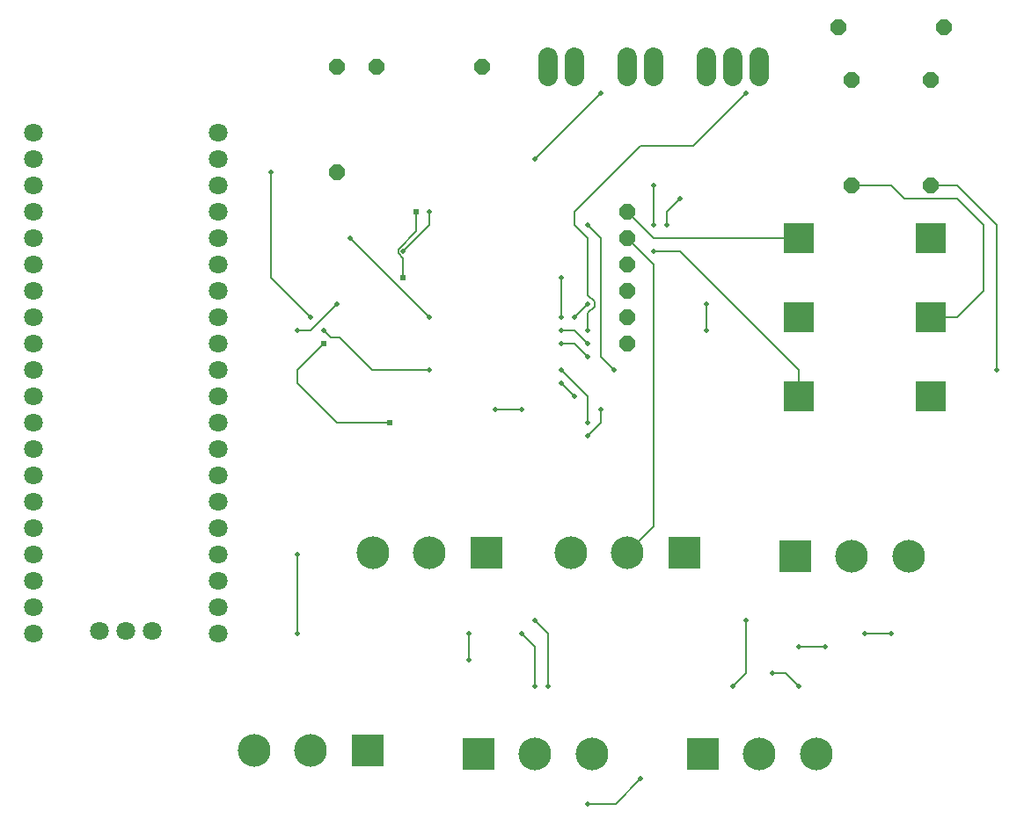
<source format=gbl>
G04 EAGLE Gerber RS-274X export*
G75*
%MOMM*%
%FSLAX34Y34*%
%LPD*%
%INBottom Copper*%
%IPPOS*%
%AMOC8*
5,1,8,0,0,1.08239X$1,22.5*%
G01*
%ADD10P,1.583577X8X292.500000*%
%ADD11R,2.880000X2.880000*%
%ADD12C,1.828800*%
%ADD13R,3.150000X3.150000*%
%ADD14C,3.150000*%
%ADD15P,1.583577X8X202.500000*%
%ADD16P,1.583577X8X22.500000*%
%ADD17C,1.800000*%
%ADD18C,0.502400*%
%ADD19C,0.203200*%
%ADD20C,0.602400*%


D10*
X609600Y596900D03*
X609600Y571500D03*
X609600Y546100D03*
X609600Y520700D03*
X609600Y495300D03*
X609600Y469900D03*
D11*
X774700Y571500D03*
X901700Y571500D03*
X774700Y419100D03*
X901700Y419100D03*
X774700Y495300D03*
X901700Y495300D03*
D12*
X533400Y727456D02*
X533400Y745744D01*
X558800Y745744D02*
X558800Y727456D01*
X609600Y727456D02*
X609600Y745744D01*
X635000Y745744D02*
X635000Y727456D01*
X685800Y727456D02*
X685800Y745744D01*
X711200Y745744D02*
X711200Y727456D01*
X736600Y727456D02*
X736600Y745744D01*
D13*
X771000Y264700D03*
D14*
X825500Y264700D03*
X880000Y264700D03*
D13*
X682100Y74200D03*
D14*
X736600Y74200D03*
X791100Y74200D03*
D13*
X466200Y74200D03*
D14*
X520700Y74200D03*
X575200Y74200D03*
D13*
X664100Y268700D03*
D14*
X609600Y268700D03*
X555100Y268700D03*
D13*
X473600Y268700D03*
D14*
X419100Y268700D03*
X364600Y268700D03*
D13*
X359300Y78200D03*
D14*
X304800Y78200D03*
X250300Y78200D03*
D15*
X469900Y736600D03*
X368300Y736600D03*
D10*
X330200Y736600D03*
X330200Y635000D03*
D16*
X812800Y774700D03*
X914400Y774700D03*
D10*
X901700Y723900D03*
X901700Y622300D03*
X825500Y723900D03*
X825500Y622300D03*
D17*
X38100Y673100D03*
X38100Y647700D03*
X38100Y520700D03*
X38100Y495300D03*
X38100Y622300D03*
X38100Y596900D03*
X38100Y546100D03*
X38100Y571500D03*
X38100Y469900D03*
X38100Y444500D03*
X38100Y419100D03*
X38100Y393700D03*
X38100Y368300D03*
X38100Y342900D03*
X38100Y317500D03*
X38100Y292100D03*
X38100Y266700D03*
X38100Y241300D03*
X38100Y215900D03*
X38100Y190500D03*
X215900Y190500D03*
X215900Y215900D03*
X215900Y241300D03*
X215900Y266700D03*
X215900Y292100D03*
X215900Y317500D03*
X215900Y342900D03*
X215900Y368300D03*
X215900Y393700D03*
X215900Y419100D03*
X215900Y444500D03*
X215900Y469900D03*
X215900Y495300D03*
X215900Y520700D03*
X215900Y546100D03*
X215900Y571500D03*
X215900Y596900D03*
X215900Y622300D03*
X215900Y647700D03*
X215900Y673100D03*
X101600Y192800D03*
X127000Y192800D03*
X152400Y192800D03*
D18*
X635000Y584200D03*
D19*
X635000Y622300D01*
D18*
X635000Y622300D03*
X774700Y177800D03*
D19*
X800100Y177800D01*
D18*
X800100Y177800D03*
X838200Y190500D03*
D19*
X863600Y190500D01*
D18*
X863600Y190500D03*
D19*
X635000Y294100D02*
X609600Y268700D01*
X635000Y294100D02*
X635000Y546100D01*
X609600Y571500D01*
D18*
X292100Y266700D03*
D19*
X292100Y190500D01*
D18*
X292100Y190500D03*
X482600Y406400D03*
D19*
X508000Y406400D01*
D18*
X508000Y406400D03*
X558800Y495300D03*
D19*
X571500Y508000D01*
D18*
X571500Y508000D03*
X749300Y152400D03*
D19*
X762000Y152400D01*
X774700Y139700D01*
D18*
X774700Y139700D03*
X660400Y609600D03*
D19*
X647700Y596900D01*
X647700Y584200D01*
D18*
X647700Y584200D03*
X457200Y165100D03*
D19*
X457200Y190500D01*
D18*
X457200Y190500D03*
X571500Y26642D03*
D19*
X598142Y26642D01*
X622300Y50800D01*
D18*
X622300Y50800D03*
X546100Y469900D03*
D19*
X558800Y469900D01*
X571500Y457200D01*
D18*
X571500Y457200D03*
X584200Y406400D03*
D19*
X584200Y393700D01*
X571500Y381000D01*
D18*
X571500Y381000D03*
X520700Y203200D03*
D19*
X533400Y190500D01*
X533400Y139700D01*
D18*
X533400Y139700D03*
X571500Y482600D03*
D19*
X577568Y505487D02*
X577568Y510514D01*
X571500Y499419D02*
X571500Y482600D01*
X571500Y516582D02*
X571500Y571500D01*
X577568Y505487D02*
X571500Y499419D01*
X577568Y510514D02*
X571500Y516582D01*
X571500Y571500D02*
X558800Y584200D01*
X558800Y596900D01*
X622300Y660400D01*
X673100Y660400D01*
X723900Y711200D01*
D18*
X723900Y711200D03*
X571500Y584200D03*
D19*
X584200Y571500D01*
X584200Y457200D02*
X596900Y444500D01*
D18*
X596900Y444500D03*
D19*
X584200Y457200D02*
X584200Y571500D01*
D18*
X546100Y533400D03*
D19*
X546100Y495300D01*
D18*
X546100Y495300D03*
X546100Y431800D03*
D19*
X558896Y419004D01*
D18*
X558896Y419004D03*
X723900Y203200D03*
D19*
X723900Y152400D01*
X711200Y139700D01*
D18*
X711200Y139700D03*
X546100Y482600D03*
D19*
X558800Y482600D01*
X571500Y469900D01*
D18*
X571500Y469900D03*
X508000Y190500D03*
D19*
X520700Y177800D01*
X520700Y139700D01*
D18*
X520700Y139700D03*
D19*
X635000Y571500D02*
X774700Y571500D01*
X635000Y571500D02*
X609600Y596900D01*
D18*
X635000Y558800D03*
D19*
X660400Y558800D01*
X774700Y444500D01*
X774700Y419100D01*
D18*
X342900Y571500D03*
D19*
X419100Y495300D01*
D18*
X419100Y495300D03*
X292100Y482600D03*
X330200Y508000D03*
D19*
X304800Y482600D02*
X292100Y482600D01*
X304800Y482600D02*
X330200Y508000D01*
D18*
X546100Y444500D03*
D19*
X571500Y419100D01*
X571500Y393700D01*
D18*
X571500Y393700D03*
X419100Y444500D03*
D19*
X324132Y475968D02*
X317500Y482600D01*
X324132Y475968D02*
X332714Y475968D01*
X364182Y444500D02*
X419100Y444500D01*
X364182Y444500D02*
X332714Y475968D01*
D18*
X317500Y482600D03*
X304800Y495300D03*
D19*
X266700Y533400D01*
X266700Y635000D01*
D18*
X266700Y635000D03*
D20*
X317500Y469900D03*
D19*
X292100Y444500D01*
X292100Y431800D01*
X330200Y393700D02*
X381000Y393700D01*
D20*
X381000Y393700D03*
D19*
X330200Y393700D02*
X292100Y431800D01*
D20*
X393700Y533400D03*
X406400Y596900D03*
D19*
X388902Y560787D02*
X388902Y556813D01*
X406400Y578285D02*
X406400Y596900D01*
X406400Y578285D02*
X388902Y560787D01*
X388902Y556813D02*
X393700Y552015D01*
X393700Y533400D01*
X419100Y584200D02*
X419100Y596900D01*
D18*
X419100Y596900D03*
X393700Y558800D03*
D19*
X419100Y584200D01*
D18*
X584200Y711200D03*
D19*
X520700Y647700D01*
D18*
X520700Y647700D03*
X685800Y508000D03*
D19*
X685800Y482600D01*
D18*
X685800Y482600D03*
D19*
X901700Y622300D02*
X927100Y622300D01*
X965200Y584200D01*
X965200Y444500D01*
D18*
X965200Y444500D03*
D19*
X863600Y622300D02*
X825500Y622300D01*
X863600Y622300D02*
X876300Y609600D01*
X927100Y609600D01*
X952500Y584200D01*
X952500Y520700D01*
X927100Y495300D01*
X901700Y495300D01*
M02*

</source>
